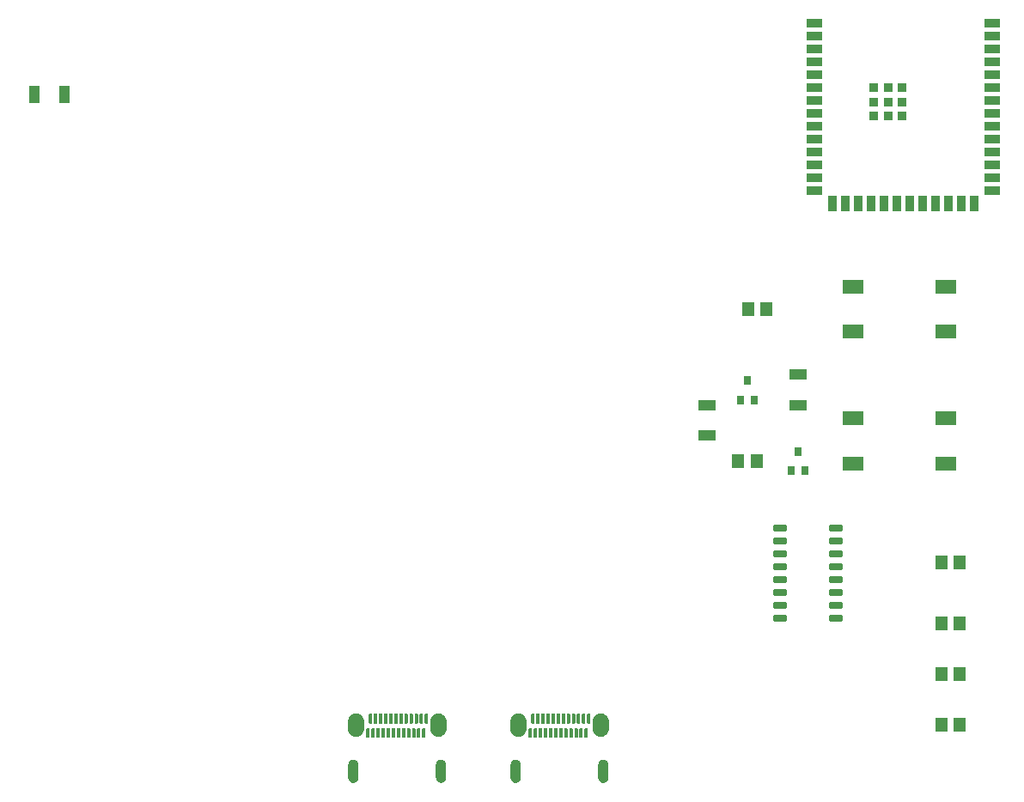
<source format=gbr>
G04*
G04 #@! TF.GenerationSoftware,Altium Limited,Altium Designer,23.1.1 (15)*
G04*
G04 Layer_Color=8421504*
%FSLAX44Y44*%
%MOMM*%
G71*
G04*
G04 #@! TF.SameCoordinates,BB96B4BC-2DDC-42E6-90C6-D32D3C2E4667*
G04*
G04*
G04 #@! TF.FilePolarity,Positive*
G04*
G01*
G75*
%ADD14R,1.5000X0.9000*%
%ADD15R,0.9000X1.5000*%
%ADD16R,0.9000X0.9000*%
%ADD17R,0.3000X0.9500*%
%ADD18R,1.1500X1.4500*%
G04:AMPARAMS|DCode=19|XSize=1.31mm|YSize=0.62mm|CornerRadius=0.0775mm|HoleSize=0mm|Usage=FLASHONLY|Rotation=180.000|XOffset=0mm|YOffset=0mm|HoleType=Round|Shape=RoundedRectangle|*
%AMROUNDEDRECTD19*
21,1,1.3100,0.4650,0,0,180.0*
21,1,1.1550,0.6200,0,0,180.0*
1,1,0.1550,-0.5775,0.2325*
1,1,0.1550,0.5775,0.2325*
1,1,0.1550,0.5775,-0.2325*
1,1,0.1550,-0.5775,-0.2325*
%
%ADD19ROUNDEDRECTD19*%
G04:AMPARAMS|DCode=20|XSize=2.1mm|YSize=1.38mm|CornerRadius=0.1035mm|HoleSize=0mm|Usage=FLASHONLY|Rotation=180.000|XOffset=0mm|YOffset=0mm|HoleType=Round|Shape=RoundedRectangle|*
%AMROUNDEDRECTD20*
21,1,2.1000,1.1730,0,0,180.0*
21,1,1.8930,1.3800,0,0,180.0*
1,1,0.2070,-0.9465,0.5865*
1,1,0.2070,0.9465,0.5865*
1,1,0.2070,0.9465,-0.5865*
1,1,0.2070,-0.9465,-0.5865*
%
%ADD20ROUNDEDRECTD20*%
G04:AMPARAMS|DCode=21|XSize=0.94mm|YSize=1.77mm|CornerRadius=0.0658mm|HoleSize=0mm|Usage=FLASHONLY|Rotation=90.000|XOffset=0mm|YOffset=0mm|HoleType=Round|Shape=RoundedRectangle|*
%AMROUNDEDRECTD21*
21,1,0.9400,1.6384,0,0,90.0*
21,1,0.8084,1.7700,0,0,90.0*
1,1,0.1316,0.8192,0.4042*
1,1,0.1316,0.8192,-0.4042*
1,1,0.1316,-0.8192,-0.4042*
1,1,0.1316,-0.8192,0.4042*
%
%ADD21ROUNDEDRECTD21*%
G04:AMPARAMS|DCode=22|XSize=1.09mm|YSize=1.77mm|CornerRadius=0.0763mm|HoleSize=0mm|Usage=FLASHONLY|Rotation=90.000|XOffset=0mm|YOffset=0mm|HoleType=Round|Shape=RoundedRectangle|*
%AMROUNDEDRECTD22*
21,1,1.0900,1.6174,0,0,90.0*
21,1,0.9374,1.7700,0,0,90.0*
1,1,0.1526,0.8087,0.4687*
1,1,0.1526,0.8087,-0.4687*
1,1,0.1526,-0.8087,-0.4687*
1,1,0.1526,-0.8087,0.4687*
%
%ADD22ROUNDEDRECTD22*%
%ADD23R,0.7000X0.9000*%
G04:AMPARAMS|DCode=24|XSize=1.09mm|YSize=1.77mm|CornerRadius=0.0763mm|HoleSize=0mm|Usage=FLASHONLY|Rotation=180.000|XOffset=0mm|YOffset=0mm|HoleType=Round|Shape=RoundedRectangle|*
%AMROUNDEDRECTD24*
21,1,1.0900,1.6174,0,0,180.0*
21,1,0.9374,1.7700,0,0,180.0*
1,1,0.1526,-0.4687,0.8087*
1,1,0.1526,0.4687,0.8087*
1,1,0.1526,0.4687,-0.8087*
1,1,0.1526,-0.4687,-0.8087*
%
%ADD24ROUNDEDRECTD24*%
G04:AMPARAMS|DCode=25|XSize=0.94mm|YSize=1.77mm|CornerRadius=0.0658mm|HoleSize=0mm|Usage=FLASHONLY|Rotation=180.000|XOffset=0mm|YOffset=0mm|HoleType=Round|Shape=RoundedRectangle|*
%AMROUNDEDRECTD25*
21,1,0.9400,1.6384,0,0,180.0*
21,1,0.8084,1.7700,0,0,180.0*
1,1,0.1316,-0.4042,0.8192*
1,1,0.1316,0.4042,0.8192*
1,1,0.1316,0.4042,-0.8192*
1,1,0.1316,-0.4042,-0.8192*
%
%ADD25ROUNDEDRECTD25*%
G36*
X1351360Y83829D02*
X1348361D01*
Y93329D01*
X1351360D01*
Y83829D01*
D02*
G37*
G36*
X1346359D02*
X1343359D01*
Y93329D01*
X1346359D01*
Y83829D01*
D02*
G37*
G36*
X1341361D02*
X1338361D01*
Y93329D01*
X1341361D01*
Y83829D01*
D02*
G37*
G36*
X1336359D02*
X1333359D01*
Y93329D01*
X1336359D01*
Y83829D01*
D02*
G37*
G36*
X1331361D02*
X1328361D01*
Y93329D01*
X1331361D01*
Y83829D01*
D02*
G37*
G36*
X1326359D02*
X1323359D01*
Y93329D01*
X1326359D01*
Y83829D01*
D02*
G37*
G36*
X1321361D02*
X1318361D01*
Y93329D01*
X1321361D01*
Y83829D01*
D02*
G37*
G36*
X1316359D02*
X1313360D01*
Y93329D01*
X1316359D01*
Y83829D01*
D02*
G37*
G36*
X1311361D02*
X1308361D01*
Y93329D01*
X1311361D01*
Y83829D01*
D02*
G37*
G36*
X1306362D02*
X1303362D01*
Y93329D01*
X1306362D01*
Y83829D01*
D02*
G37*
G36*
X1301361D02*
X1298361D01*
Y93329D01*
X1301361D01*
Y83829D01*
D02*
G37*
G36*
X1296362D02*
X1293362D01*
Y93329D01*
X1296362D01*
Y83829D01*
D02*
G37*
G36*
X1362310Y93799D02*
X1362707Y93759D01*
X1363101Y93700D01*
X1363492Y93621D01*
X1363878Y93522D01*
X1364260Y93405D01*
X1364635Y93268D01*
X1365002Y93113D01*
X1365362Y92940D01*
X1365712Y92750D01*
X1366052Y92541D01*
X1366382Y92317D01*
X1366700Y92076D01*
X1367005Y91820D01*
X1367298Y91548D01*
X1367576Y91263D01*
X1367840Y90964D01*
X1368089Y90652D01*
X1368322Y90328D01*
X1368538Y89993D01*
X1368737Y89647D01*
X1368920Y89292D01*
X1369084Y88929D01*
X1369229Y88558D01*
X1369357Y88180D01*
X1369465Y87795D01*
X1369553Y87407D01*
X1369622Y87014D01*
X1369672Y86618D01*
X1369702Y86220D01*
X1369712Y85821D01*
Y78821D01*
X1369702Y78423D01*
X1369672Y78025D01*
X1369622Y77629D01*
X1369553Y77236D01*
X1369465Y76847D01*
X1369357Y76463D01*
X1369229Y76085D01*
X1369084Y75714D01*
X1368920Y75350D01*
X1368737Y74995D01*
X1368538Y74650D01*
X1368322Y74315D01*
X1368089Y73991D01*
X1367840Y73679D01*
X1367576Y73380D01*
X1367298Y73094D01*
X1367005Y72823D01*
X1366700Y72567D01*
X1366382Y72326D01*
X1366052Y72101D01*
X1365712Y71893D01*
X1365362Y71702D01*
X1365002Y71529D01*
X1364635Y71374D01*
X1364260Y71238D01*
X1363878Y71120D01*
X1363492Y71022D01*
X1363101Y70943D01*
X1362707Y70883D01*
X1362310Y70844D01*
X1361911Y70824D01*
X1361512D01*
X1361114Y70844D01*
X1360717Y70883D01*
X1360323Y70943D01*
X1359932Y71022D01*
X1359545Y71120D01*
X1359164Y71238D01*
X1358789Y71374D01*
X1358422Y71529D01*
X1358062Y71702D01*
X1357712Y71893D01*
X1357372Y72101D01*
X1357042Y72326D01*
X1356724Y72567D01*
X1356418Y72823D01*
X1356126Y73094D01*
X1355848Y73380D01*
X1355584Y73679D01*
X1355335Y73991D01*
X1355102Y74315D01*
X1354886Y74650D01*
X1354686Y74995D01*
X1354504Y75350D01*
X1354340Y75714D01*
X1354194Y76085D01*
X1354067Y76463D01*
X1353959Y76847D01*
X1353870Y77236D01*
X1353801Y77629D01*
X1353752Y78025D01*
X1353722Y78423D01*
X1353712Y78821D01*
Y85821D01*
X1353722Y86220D01*
X1353752Y86618D01*
X1353801Y87014D01*
X1353870Y87407D01*
X1353959Y87795D01*
X1354067Y88180D01*
X1354194Y88558D01*
X1354340Y88929D01*
X1354504Y89292D01*
X1354686Y89647D01*
X1354886Y89993D01*
X1355102Y90328D01*
X1355335Y90652D01*
X1355584Y90964D01*
X1355848Y91263D01*
X1356126Y91548D01*
X1356418Y91820D01*
X1356724Y92076D01*
X1357042Y92317D01*
X1357372Y92541D01*
X1357712Y92750D01*
X1358062Y92940D01*
X1358422Y93113D01*
X1358789Y93268D01*
X1359164Y93405D01*
X1359545Y93522D01*
X1359932Y93621D01*
X1360323Y93700D01*
X1360717Y93759D01*
X1361114Y93799D01*
X1361512Y93819D01*
X1361911D01*
X1362310Y93799D01*
D02*
G37*
G36*
X1281109D02*
X1281505Y93759D01*
X1281900Y93700D01*
X1282291Y93621D01*
X1282677Y93522D01*
X1283058Y93405D01*
X1283433Y93268D01*
X1283801Y93113D01*
X1284160Y92940D01*
X1284511Y92750D01*
X1284851Y92541D01*
X1285181Y92317D01*
X1285498Y92076D01*
X1285804Y91820D01*
X1286097Y91548D01*
X1286375Y91263D01*
X1286639Y90964D01*
X1286888Y90652D01*
X1287121Y90328D01*
X1287337Y89993D01*
X1287536Y89647D01*
X1287718Y89292D01*
X1287883Y88929D01*
X1288028Y88558D01*
X1288155Y88180D01*
X1288263Y87795D01*
X1288352Y87407D01*
X1288421Y87014D01*
X1288471Y86618D01*
X1288501Y86220D01*
X1288511Y85821D01*
Y78821D01*
X1288501Y78423D01*
X1288471Y78025D01*
X1288421Y77629D01*
X1288352Y77236D01*
X1288263Y76847D01*
X1288155Y76463D01*
X1288028Y76085D01*
X1287883Y75714D01*
X1287718Y75350D01*
X1287536Y74995D01*
X1287337Y74650D01*
X1287121Y74315D01*
X1286888Y73991D01*
X1286639Y73679D01*
X1286375Y73380D01*
X1286097Y73094D01*
X1285804Y72823D01*
X1285498Y72567D01*
X1285181Y72326D01*
X1284851Y72101D01*
X1284511Y71893D01*
X1284160Y71702D01*
X1283801Y71529D01*
X1283433Y71374D01*
X1283058Y71238D01*
X1282677Y71120D01*
X1282291Y71022D01*
X1281900Y70943D01*
X1281505Y70883D01*
X1281109Y70844D01*
X1280710Y70824D01*
X1280311D01*
X1279913Y70844D01*
X1279516Y70883D01*
X1279121Y70943D01*
X1278730Y71022D01*
X1278344Y71120D01*
X1277963Y71238D01*
X1277588Y71374D01*
X1277220Y71529D01*
X1276861Y71702D01*
X1276511Y71893D01*
X1276170Y72101D01*
X1275841Y72326D01*
X1275523Y72567D01*
X1275217Y72823D01*
X1274925Y73094D01*
X1274646Y73380D01*
X1274382Y73679D01*
X1274134Y73991D01*
X1273901Y74315D01*
X1273684Y74650D01*
X1273485Y74995D01*
X1273303Y75350D01*
X1273139Y75714D01*
X1272993Y76085D01*
X1272866Y76463D01*
X1272758Y76847D01*
X1272669Y77236D01*
X1272600Y77629D01*
X1272551Y78025D01*
X1272521Y78423D01*
X1272511Y78821D01*
Y85821D01*
X1272521Y86220D01*
X1272551Y86618D01*
X1272600Y87014D01*
X1272669Y87407D01*
X1272758Y87795D01*
X1272866Y88180D01*
X1272993Y88558D01*
X1273139Y88929D01*
X1273303Y89292D01*
X1273485Y89647D01*
X1273684Y89993D01*
X1273901Y90328D01*
X1274134Y90652D01*
X1274382Y90964D01*
X1274646Y91263D01*
X1274925Y91548D01*
X1275217Y91820D01*
X1275523Y92076D01*
X1275841Y92317D01*
X1276170Y92541D01*
X1276511Y92750D01*
X1276861Y92940D01*
X1277220Y93113D01*
X1277588Y93268D01*
X1277963Y93405D01*
X1278344Y93522D01*
X1278730Y93621D01*
X1279121Y93700D01*
X1279516Y93759D01*
X1279913Y93799D01*
X1280311Y93819D01*
X1280710D01*
X1281109Y93799D01*
D02*
G37*
G36*
X1348861Y69832D02*
X1345861D01*
Y79331D01*
X1348861D01*
Y69832D01*
D02*
G37*
G36*
X1343860D02*
X1340860D01*
Y79331D01*
X1343860D01*
Y69832D01*
D02*
G37*
G36*
X1338861D02*
X1335861D01*
Y79331D01*
X1338861D01*
Y69832D01*
D02*
G37*
G36*
X1333860D02*
X1330860D01*
Y79331D01*
X1333860D01*
Y69832D01*
D02*
G37*
G36*
X1328861D02*
X1325861D01*
Y79331D01*
X1328861D01*
Y69832D01*
D02*
G37*
G36*
X1323860D02*
X1320860D01*
Y79331D01*
X1323860D01*
Y69832D01*
D02*
G37*
G36*
X1318859D02*
X1315859D01*
Y79331D01*
X1318859D01*
Y69832D01*
D02*
G37*
G36*
X1313860D02*
X1310860D01*
Y79331D01*
X1313860D01*
Y69832D01*
D02*
G37*
G36*
X1308861D02*
X1305861D01*
Y79331D01*
X1308861D01*
Y69832D01*
D02*
G37*
G36*
X1303860D02*
X1300860D01*
Y79331D01*
X1303860D01*
Y69832D01*
D02*
G37*
G36*
X1298861D02*
X1295861D01*
Y79331D01*
X1298861D01*
Y69832D01*
D02*
G37*
G36*
X1293860D02*
X1290860D01*
Y79331D01*
X1293860D01*
Y69832D01*
D02*
G37*
G36*
X1364684Y48307D02*
X1364932Y48282D01*
X1365178Y48245D01*
X1365423Y48195D01*
X1365664Y48134D01*
X1365902Y48060D01*
X1366137Y47975D01*
X1366366Y47878D01*
X1366591Y47770D01*
X1366810Y47651D01*
X1367023Y47521D01*
X1367229Y47380D01*
X1367427Y47230D01*
X1367618Y47070D01*
X1367801Y46900D01*
X1367975Y46722D01*
X1368140Y46535D01*
X1368296Y46340D01*
X1368441Y46137D01*
X1368577Y45928D01*
X1368701Y45712D01*
X1368815Y45490D01*
X1368917Y45263D01*
X1369009Y45031D01*
X1369088Y44795D01*
X1369155Y44555D01*
X1369211Y44312D01*
X1369254Y44066D01*
X1369285Y43819D01*
X1369304Y43570D01*
X1369310Y43321D01*
Y30321D01*
X1369304Y30072D01*
X1369285Y29823D01*
X1369254Y29576D01*
X1369211Y29330D01*
X1369155Y29087D01*
X1369088Y28847D01*
X1369009Y28611D01*
X1368917Y28379D01*
X1368815Y28151D01*
X1368701Y27930D01*
X1368577Y27714D01*
X1368441Y27504D01*
X1368296Y27302D01*
X1368140Y27107D01*
X1367975Y26920D01*
X1367801Y26741D01*
X1367618Y26572D01*
X1367427Y26412D01*
X1367229Y26261D01*
X1367023Y26121D01*
X1366810Y25991D01*
X1366591Y25872D01*
X1366366Y25763D01*
X1366137Y25666D01*
X1365902Y25581D01*
X1365664Y25508D01*
X1365423Y25446D01*
X1365178Y25397D01*
X1364932Y25360D01*
X1364684Y25335D01*
X1364435Y25322D01*
X1364185D01*
X1363936Y25335D01*
X1363688Y25360D01*
X1363442Y25397D01*
X1363198Y25446D01*
X1362956Y25508D01*
X1362718Y25581D01*
X1362483Y25666D01*
X1362254Y25763D01*
X1362029Y25872D01*
X1361810Y25991D01*
X1361597Y26121D01*
X1361391Y26261D01*
X1361193Y26412D01*
X1361002Y26572D01*
X1360819Y26741D01*
X1360645Y26920D01*
X1360480Y27107D01*
X1360324Y27302D01*
X1360179Y27504D01*
X1360044Y27714D01*
X1359919Y27930D01*
X1359805Y28151D01*
X1359703Y28379D01*
X1359612Y28611D01*
X1359532Y28847D01*
X1359465Y29087D01*
X1359409Y29330D01*
X1359366Y29576D01*
X1359335Y29823D01*
X1359316Y30072D01*
X1359310Y30321D01*
Y43321D01*
X1359316Y43570D01*
X1359335Y43819D01*
X1359366Y44066D01*
X1359409Y44312D01*
X1359465Y44555D01*
X1359532Y44795D01*
X1359612Y45031D01*
X1359703Y45263D01*
X1359805Y45490D01*
X1359919Y45712D01*
X1360044Y45928D01*
X1360179Y46137D01*
X1360324Y46340D01*
X1360480Y46535D01*
X1360645Y46722D01*
X1360819Y46900D01*
X1361002Y47070D01*
X1361193Y47230D01*
X1361391Y47380D01*
X1361597Y47521D01*
X1361810Y47651D01*
X1362029Y47770D01*
X1362254Y47878D01*
X1362483Y47975D01*
X1362718Y48060D01*
X1362956Y48134D01*
X1363198Y48195D01*
X1363442Y48245D01*
X1363688Y48282D01*
X1363936Y48307D01*
X1364185Y48319D01*
X1364435D01*
X1364684Y48307D01*
D02*
G37*
G36*
X1278284D02*
X1278532Y48282D01*
X1278779Y48245D01*
X1279023Y48195D01*
X1279265Y48134D01*
X1279503Y48060D01*
X1279737Y47975D01*
X1279967Y47878D01*
X1280192Y47770D01*
X1280411Y47651D01*
X1280623Y47521D01*
X1280829Y47380D01*
X1281028Y47230D01*
X1281219Y47070D01*
X1281402Y46900D01*
X1281576Y46722D01*
X1281741Y46535D01*
X1281896Y46340D01*
X1282042Y46137D01*
X1282177Y45928D01*
X1282302Y45712D01*
X1282415Y45490D01*
X1282518Y45263D01*
X1282609Y45031D01*
X1282688Y44795D01*
X1282756Y44555D01*
X1282811Y44312D01*
X1282855Y44066D01*
X1282885Y43819D01*
X1282904Y43570D01*
X1282910Y43321D01*
Y30321D01*
X1282904Y30072D01*
X1282885Y29823D01*
X1282855Y29576D01*
X1282811Y29330D01*
X1282756Y29087D01*
X1282688Y28847D01*
X1282609Y28611D01*
X1282518Y28379D01*
X1282415Y28151D01*
X1282302Y27930D01*
X1282177Y27714D01*
X1282042Y27504D01*
X1281896Y27302D01*
X1281741Y27107D01*
X1281576Y26920D01*
X1281402Y26741D01*
X1281219Y26572D01*
X1281028Y26412D01*
X1280829Y26261D01*
X1280623Y26121D01*
X1280411Y25991D01*
X1280192Y25872D01*
X1279967Y25763D01*
X1279737Y25666D01*
X1279503Y25581D01*
X1279265Y25508D01*
X1279023Y25446D01*
X1278779Y25397D01*
X1278532Y25360D01*
X1278284Y25335D01*
X1278035Y25322D01*
X1277786D01*
X1277537Y25335D01*
X1277289Y25360D01*
X1277042Y25397D01*
X1276798Y25446D01*
X1276556Y25508D01*
X1276318Y25581D01*
X1276084Y25666D01*
X1275854Y25763D01*
X1275629Y25872D01*
X1275411Y25991D01*
X1275198Y26121D01*
X1274992Y26261D01*
X1274793Y26412D01*
X1274602Y26572D01*
X1274419Y26741D01*
X1274245Y26920D01*
X1274080Y27107D01*
X1273925Y27302D01*
X1273779Y27504D01*
X1273644Y27714D01*
X1273519Y27930D01*
X1273406Y28151D01*
X1273303Y28379D01*
X1273212Y28611D01*
X1273133Y28847D01*
X1273065Y29087D01*
X1273009Y29330D01*
X1272966Y29576D01*
X1272935Y29823D01*
X1272917Y30072D01*
X1272911Y30321D01*
Y43321D01*
X1272917Y43570D01*
X1272935Y43819D01*
X1272966Y44066D01*
X1273009Y44312D01*
X1273065Y44555D01*
X1273133Y44795D01*
X1273212Y45031D01*
X1273303Y45263D01*
X1273406Y45490D01*
X1273519Y45712D01*
X1273644Y45928D01*
X1273779Y46137D01*
X1273925Y46340D01*
X1274080Y46535D01*
X1274245Y46722D01*
X1274419Y46900D01*
X1274602Y47070D01*
X1274793Y47230D01*
X1274992Y47380D01*
X1275198Y47521D01*
X1275411Y47651D01*
X1275629Y47770D01*
X1275854Y47878D01*
X1276084Y47975D01*
X1276318Y48060D01*
X1276556Y48134D01*
X1276798Y48195D01*
X1277042Y48245D01*
X1277289Y48282D01*
X1277537Y48307D01*
X1277786Y48319D01*
X1278035D01*
X1278284Y48307D01*
D02*
G37*
G36*
X1511360Y83829D02*
X1508361D01*
Y93329D01*
X1511360D01*
Y83829D01*
D02*
G37*
G36*
X1506359D02*
X1503359D01*
Y93329D01*
X1506359D01*
Y83829D01*
D02*
G37*
G36*
X1501361D02*
X1498361D01*
Y93329D01*
X1501361D01*
Y83829D01*
D02*
G37*
G36*
X1496359D02*
X1493359D01*
Y93329D01*
X1496359D01*
Y83829D01*
D02*
G37*
G36*
X1491361D02*
X1488361D01*
Y93329D01*
X1491361D01*
Y83829D01*
D02*
G37*
G36*
X1486359D02*
X1483359D01*
Y93329D01*
X1486359D01*
Y83829D01*
D02*
G37*
G36*
X1481361D02*
X1478361D01*
Y93329D01*
X1481361D01*
Y83829D01*
D02*
G37*
G36*
X1476359D02*
X1473359D01*
Y93329D01*
X1476359D01*
Y83829D01*
D02*
G37*
G36*
X1471361D02*
X1468361D01*
Y93329D01*
X1471361D01*
Y83829D01*
D02*
G37*
G36*
X1466362D02*
X1463362D01*
Y93329D01*
X1466362D01*
Y83829D01*
D02*
G37*
G36*
X1461361D02*
X1458361D01*
Y93329D01*
X1461361D01*
Y83829D01*
D02*
G37*
G36*
X1456362D02*
X1453362D01*
Y93329D01*
X1456362D01*
Y83829D01*
D02*
G37*
G36*
X1522310Y93799D02*
X1522707Y93759D01*
X1523101Y93700D01*
X1523492Y93621D01*
X1523878Y93522D01*
X1524260Y93405D01*
X1524635Y93268D01*
X1525002Y93113D01*
X1525362Y92940D01*
X1525712Y92750D01*
X1526052Y92541D01*
X1526382Y92317D01*
X1526700Y92076D01*
X1527005Y91820D01*
X1527298Y91548D01*
X1527576Y91263D01*
X1527840Y90964D01*
X1528089Y90652D01*
X1528322Y90328D01*
X1528538Y89993D01*
X1528737Y89647D01*
X1528920Y89292D01*
X1529084Y88929D01*
X1529229Y88558D01*
X1529357Y88180D01*
X1529465Y87795D01*
X1529553Y87407D01*
X1529622Y87014D01*
X1529672Y86618D01*
X1529702Y86220D01*
X1529712Y85821D01*
Y78821D01*
X1529702Y78423D01*
X1529672Y78025D01*
X1529622Y77629D01*
X1529553Y77236D01*
X1529465Y76847D01*
X1529357Y76463D01*
X1529229Y76085D01*
X1529084Y75714D01*
X1528920Y75350D01*
X1528737Y74995D01*
X1528538Y74650D01*
X1528322Y74315D01*
X1528089Y73991D01*
X1527840Y73679D01*
X1527576Y73380D01*
X1527298Y73094D01*
X1527005Y72823D01*
X1526700Y72567D01*
X1526382Y72326D01*
X1526052Y72101D01*
X1525712Y71893D01*
X1525362Y71702D01*
X1525002Y71529D01*
X1524635Y71374D01*
X1524260Y71238D01*
X1523878Y71120D01*
X1523492Y71022D01*
X1523101Y70943D01*
X1522707Y70883D01*
X1522310Y70844D01*
X1521911Y70824D01*
X1521512D01*
X1521114Y70844D01*
X1520717Y70883D01*
X1520323Y70943D01*
X1519932Y71022D01*
X1519545Y71120D01*
X1519164Y71238D01*
X1518789Y71374D01*
X1518422Y71529D01*
X1518062Y71702D01*
X1517712Y71893D01*
X1517372Y72101D01*
X1517042Y72326D01*
X1516724Y72567D01*
X1516418Y72823D01*
X1516126Y73094D01*
X1515847Y73380D01*
X1515584Y73679D01*
X1515335Y73991D01*
X1515102Y74315D01*
X1514886Y74650D01*
X1514686Y74995D01*
X1514504Y75350D01*
X1514340Y75714D01*
X1514194Y76085D01*
X1514067Y76463D01*
X1513959Y76847D01*
X1513870Y77236D01*
X1513801Y77629D01*
X1513752Y78025D01*
X1513722Y78423D01*
X1513712Y78821D01*
Y85821D01*
X1513722Y86220D01*
X1513752Y86618D01*
X1513801Y87014D01*
X1513870Y87407D01*
X1513959Y87795D01*
X1514067Y88180D01*
X1514194Y88558D01*
X1514340Y88929D01*
X1514504Y89292D01*
X1514686Y89647D01*
X1514886Y89993D01*
X1515102Y90328D01*
X1515335Y90652D01*
X1515584Y90964D01*
X1515847Y91263D01*
X1516126Y91548D01*
X1516418Y91820D01*
X1516724Y92076D01*
X1517042Y92317D01*
X1517372Y92541D01*
X1517712Y92750D01*
X1518062Y92940D01*
X1518422Y93113D01*
X1518789Y93268D01*
X1519164Y93405D01*
X1519545Y93522D01*
X1519932Y93621D01*
X1520323Y93700D01*
X1520717Y93759D01*
X1521114Y93799D01*
X1521512Y93819D01*
X1521911D01*
X1522310Y93799D01*
D02*
G37*
G36*
X1441109D02*
X1441505Y93759D01*
X1441900Y93700D01*
X1442291Y93621D01*
X1442677Y93522D01*
X1443058Y93405D01*
X1443433Y93268D01*
X1443801Y93113D01*
X1444160Y92940D01*
X1444511Y92750D01*
X1444851Y92541D01*
X1445181Y92317D01*
X1445498Y92076D01*
X1445804Y91820D01*
X1446097Y91548D01*
X1446375Y91263D01*
X1446639Y90964D01*
X1446888Y90652D01*
X1447121Y90328D01*
X1447337Y89993D01*
X1447536Y89647D01*
X1447718Y89292D01*
X1447883Y88929D01*
X1448028Y88558D01*
X1448155Y88180D01*
X1448263Y87795D01*
X1448352Y87407D01*
X1448421Y87014D01*
X1448471Y86618D01*
X1448501Y86220D01*
X1448511Y85821D01*
Y78821D01*
X1448501Y78423D01*
X1448471Y78025D01*
X1448421Y77629D01*
X1448352Y77236D01*
X1448263Y76847D01*
X1448155Y76463D01*
X1448028Y76085D01*
X1447883Y75714D01*
X1447718Y75350D01*
X1447536Y74995D01*
X1447337Y74650D01*
X1447121Y74315D01*
X1446888Y73991D01*
X1446639Y73679D01*
X1446375Y73380D01*
X1446097Y73094D01*
X1445804Y72823D01*
X1445498Y72567D01*
X1445181Y72326D01*
X1444851Y72101D01*
X1444511Y71893D01*
X1444160Y71702D01*
X1443801Y71529D01*
X1443433Y71374D01*
X1443058Y71238D01*
X1442677Y71120D01*
X1442291Y71022D01*
X1441900Y70943D01*
X1441505Y70883D01*
X1441109Y70844D01*
X1440710Y70824D01*
X1440311D01*
X1439913Y70844D01*
X1439516Y70883D01*
X1439122Y70943D01*
X1438730Y71022D01*
X1438344Y71120D01*
X1437963Y71238D01*
X1437588Y71374D01*
X1437220Y71529D01*
X1436861Y71702D01*
X1436511Y71893D01*
X1436170Y72101D01*
X1435841Y72326D01*
X1435523Y72567D01*
X1435217Y72823D01*
X1434925Y73094D01*
X1434646Y73380D01*
X1434382Y73679D01*
X1434134Y73991D01*
X1433901Y74315D01*
X1433684Y74650D01*
X1433485Y74995D01*
X1433303Y75350D01*
X1433139Y75714D01*
X1432993Y76085D01*
X1432866Y76463D01*
X1432758Y76847D01*
X1432669Y77236D01*
X1432600Y77629D01*
X1432551Y78025D01*
X1432521Y78423D01*
X1432511Y78821D01*
Y85821D01*
X1432521Y86220D01*
X1432551Y86618D01*
X1432600Y87014D01*
X1432669Y87407D01*
X1432758Y87795D01*
X1432866Y88180D01*
X1432993Y88558D01*
X1433139Y88929D01*
X1433303Y89292D01*
X1433485Y89647D01*
X1433684Y89993D01*
X1433901Y90328D01*
X1434134Y90652D01*
X1434382Y90964D01*
X1434646Y91263D01*
X1434925Y91548D01*
X1435217Y91820D01*
X1435523Y92076D01*
X1435841Y92317D01*
X1436170Y92541D01*
X1436511Y92750D01*
X1436861Y92940D01*
X1437220Y93113D01*
X1437588Y93268D01*
X1437963Y93405D01*
X1438344Y93522D01*
X1438730Y93621D01*
X1439122Y93700D01*
X1439516Y93759D01*
X1439913Y93799D01*
X1440311Y93819D01*
X1440710D01*
X1441109Y93799D01*
D02*
G37*
G36*
X1508861Y69832D02*
X1505861D01*
Y79331D01*
X1508861D01*
Y69832D01*
D02*
G37*
G36*
X1503860D02*
X1500860D01*
Y79331D01*
X1503860D01*
Y69832D01*
D02*
G37*
G36*
X1498861D02*
X1495861D01*
Y79331D01*
X1498861D01*
Y69832D01*
D02*
G37*
G36*
X1493860D02*
X1490860D01*
Y79331D01*
X1493860D01*
Y69832D01*
D02*
G37*
G36*
X1488861D02*
X1485861D01*
Y79331D01*
X1488861D01*
Y69832D01*
D02*
G37*
G36*
X1483860D02*
X1480860D01*
Y79331D01*
X1483860D01*
Y69832D01*
D02*
G37*
G36*
X1478859D02*
X1475859D01*
Y79331D01*
X1478859D01*
Y69832D01*
D02*
G37*
G36*
X1473860D02*
X1470860D01*
Y79331D01*
X1473860D01*
Y69832D01*
D02*
G37*
G36*
X1468861D02*
X1465861D01*
Y79331D01*
X1468861D01*
Y69832D01*
D02*
G37*
G36*
X1463860D02*
X1460860D01*
Y79331D01*
X1463860D01*
Y69832D01*
D02*
G37*
G36*
X1458861D02*
X1455861D01*
Y79331D01*
X1458861D01*
Y69832D01*
D02*
G37*
G36*
X1453860D02*
X1450860D01*
Y79331D01*
X1453860D01*
Y69832D01*
D02*
G37*
G36*
X1524684Y48307D02*
X1524932Y48282D01*
X1525178Y48245D01*
X1525423Y48195D01*
X1525664Y48134D01*
X1525902Y48060D01*
X1526137Y47975D01*
X1526366Y47878D01*
X1526591Y47770D01*
X1526810Y47651D01*
X1527023Y47521D01*
X1527229Y47380D01*
X1527427Y47230D01*
X1527618Y47070D01*
X1527801Y46900D01*
X1527975Y46722D01*
X1528140Y46535D01*
X1528296Y46340D01*
X1528441Y46137D01*
X1528577Y45928D01*
X1528701Y45712D01*
X1528815Y45490D01*
X1528917Y45263D01*
X1529008Y45031D01*
X1529088Y44795D01*
X1529155Y44555D01*
X1529211Y44312D01*
X1529254Y44066D01*
X1529285Y43819D01*
X1529304Y43570D01*
X1529310Y43321D01*
Y30321D01*
X1529304Y30072D01*
X1529285Y29823D01*
X1529254Y29576D01*
X1529211Y29330D01*
X1529155Y29087D01*
X1529088Y28847D01*
X1529008Y28611D01*
X1528917Y28379D01*
X1528815Y28151D01*
X1528701Y27930D01*
X1528577Y27714D01*
X1528441Y27504D01*
X1528296Y27302D01*
X1528140Y27107D01*
X1527975Y26920D01*
X1527801Y26741D01*
X1527618Y26572D01*
X1527427Y26412D01*
X1527229Y26261D01*
X1527023Y26121D01*
X1526810Y25991D01*
X1526591Y25872D01*
X1526366Y25763D01*
X1526137Y25666D01*
X1525902Y25581D01*
X1525664Y25508D01*
X1525423Y25446D01*
X1525178Y25397D01*
X1524932Y25360D01*
X1524684Y25335D01*
X1524435Y25322D01*
X1524185D01*
X1523936Y25335D01*
X1523688Y25360D01*
X1523442Y25397D01*
X1523197Y25446D01*
X1522956Y25508D01*
X1522718Y25581D01*
X1522483Y25666D01*
X1522254Y25763D01*
X1522029Y25872D01*
X1521810Y25991D01*
X1521597Y26121D01*
X1521391Y26261D01*
X1521193Y26412D01*
X1521002Y26572D01*
X1520819Y26741D01*
X1520645Y26920D01*
X1520480Y27107D01*
X1520324Y27302D01*
X1520179Y27504D01*
X1520044Y27714D01*
X1519919Y27930D01*
X1519805Y28151D01*
X1519703Y28379D01*
X1519612Y28611D01*
X1519532Y28847D01*
X1519465Y29087D01*
X1519409Y29330D01*
X1519366Y29576D01*
X1519335Y29823D01*
X1519316Y30072D01*
X1519310Y30321D01*
Y43321D01*
X1519316Y43570D01*
X1519335Y43819D01*
X1519366Y44066D01*
X1519409Y44312D01*
X1519465Y44555D01*
X1519532Y44795D01*
X1519612Y45031D01*
X1519703Y45263D01*
X1519805Y45490D01*
X1519919Y45712D01*
X1520044Y45928D01*
X1520179Y46137D01*
X1520324Y46340D01*
X1520480Y46535D01*
X1520645Y46722D01*
X1520819Y46900D01*
X1521002Y47070D01*
X1521193Y47230D01*
X1521391Y47380D01*
X1521597Y47521D01*
X1521810Y47651D01*
X1522029Y47770D01*
X1522254Y47878D01*
X1522483Y47975D01*
X1522718Y48060D01*
X1522956Y48134D01*
X1523197Y48195D01*
X1523442Y48245D01*
X1523688Y48282D01*
X1523936Y48307D01*
X1524185Y48319D01*
X1524435D01*
X1524684Y48307D01*
D02*
G37*
G36*
X1438284D02*
X1438532Y48282D01*
X1438779Y48245D01*
X1439023Y48195D01*
X1439265Y48134D01*
X1439503Y48060D01*
X1439737Y47975D01*
X1439967Y47878D01*
X1440192Y47770D01*
X1440411Y47651D01*
X1440623Y47521D01*
X1440829Y47380D01*
X1441028Y47230D01*
X1441219Y47070D01*
X1441402Y46900D01*
X1441576Y46722D01*
X1441741Y46535D01*
X1441896Y46340D01*
X1442042Y46137D01*
X1442177Y45928D01*
X1442302Y45712D01*
X1442415Y45490D01*
X1442518Y45263D01*
X1442609Y45031D01*
X1442688Y44795D01*
X1442756Y44555D01*
X1442811Y44312D01*
X1442854Y44066D01*
X1442885Y43819D01*
X1442904Y43570D01*
X1442910Y43321D01*
Y30321D01*
X1442904Y30072D01*
X1442885Y29823D01*
X1442854Y29576D01*
X1442811Y29330D01*
X1442756Y29087D01*
X1442688Y28847D01*
X1442609Y28611D01*
X1442518Y28379D01*
X1442415Y28151D01*
X1442302Y27930D01*
X1442177Y27714D01*
X1442042Y27504D01*
X1441896Y27302D01*
X1441741Y27107D01*
X1441576Y26920D01*
X1441402Y26741D01*
X1441219Y26572D01*
X1441028Y26412D01*
X1440829Y26261D01*
X1440623Y26121D01*
X1440411Y25991D01*
X1440192Y25872D01*
X1439967Y25763D01*
X1439737Y25666D01*
X1439503Y25581D01*
X1439265Y25508D01*
X1439023Y25446D01*
X1438779Y25397D01*
X1438532Y25360D01*
X1438284Y25335D01*
X1438035Y25322D01*
X1437786D01*
X1437537Y25335D01*
X1437289Y25360D01*
X1437042Y25397D01*
X1436798Y25446D01*
X1436556Y25508D01*
X1436318Y25581D01*
X1436084Y25666D01*
X1435854Y25763D01*
X1435629Y25872D01*
X1435411Y25991D01*
X1435198Y26121D01*
X1434992Y26261D01*
X1434793Y26412D01*
X1434602Y26572D01*
X1434419Y26741D01*
X1434245Y26920D01*
X1434080Y27107D01*
X1433925Y27302D01*
X1433779Y27504D01*
X1433644Y27714D01*
X1433519Y27930D01*
X1433405Y28151D01*
X1433303Y28379D01*
X1433212Y28611D01*
X1433133Y28847D01*
X1433065Y29087D01*
X1433009Y29330D01*
X1432966Y29576D01*
X1432935Y29823D01*
X1432917Y30072D01*
X1432910Y30321D01*
Y43321D01*
X1432917Y43570D01*
X1432935Y43819D01*
X1432966Y44066D01*
X1433009Y44312D01*
X1433065Y44555D01*
X1433133Y44795D01*
X1433212Y45031D01*
X1433303Y45263D01*
X1433405Y45490D01*
X1433519Y45712D01*
X1433644Y45928D01*
X1433779Y46137D01*
X1433925Y46340D01*
X1434080Y46535D01*
X1434245Y46722D01*
X1434419Y46900D01*
X1434602Y47070D01*
X1434793Y47230D01*
X1434992Y47380D01*
X1435198Y47521D01*
X1435411Y47651D01*
X1435629Y47770D01*
X1435854Y47878D01*
X1436084Y47975D01*
X1436318Y48060D01*
X1436556Y48134D01*
X1436798Y48195D01*
X1437042Y48245D01*
X1437289Y48282D01*
X1437537Y48307D01*
X1437786Y48319D01*
X1438035D01*
X1438284Y48307D01*
D02*
G37*
D14*
X1732500Y774100D02*
D03*
Y761400D02*
D03*
Y748699D02*
D03*
Y736000D02*
D03*
Y723299D02*
D03*
Y710600D02*
D03*
Y697899D02*
D03*
Y685200D02*
D03*
Y672499D02*
D03*
Y659799D02*
D03*
Y647100D02*
D03*
Y634399D02*
D03*
Y621699D02*
D03*
Y608999D02*
D03*
X1907500D02*
D03*
Y621699D02*
D03*
Y634399D02*
D03*
Y647100D02*
D03*
Y659799D02*
D03*
Y672499D02*
D03*
Y685200D02*
D03*
Y697899D02*
D03*
Y710600D02*
D03*
Y723299D02*
D03*
Y736000D02*
D03*
Y748699D02*
D03*
Y761400D02*
D03*
Y774100D02*
D03*
D15*
X1750150Y596500D02*
D03*
X1762850D02*
D03*
X1775550D02*
D03*
X1788250D02*
D03*
X1800950D02*
D03*
X1813650D02*
D03*
X1826350D02*
D03*
X1839050D02*
D03*
X1851750D02*
D03*
X1864450D02*
D03*
X1877150D02*
D03*
X1889850D02*
D03*
D16*
X1805000Y696900D02*
D03*
X1819000D02*
D03*
X1791000D02*
D03*
X1819000Y710900D02*
D03*
X1805000D02*
D03*
X1791000D02*
D03*
Y682900D02*
D03*
X1805000D02*
D03*
X1819000D02*
D03*
D17*
X1454861Y88581D02*
D03*
X1459861D02*
D03*
X1464862D02*
D03*
X1469861D02*
D03*
X1474860D02*
D03*
X1479860D02*
D03*
X1484860D02*
D03*
X1489859D02*
D03*
X1494860D02*
D03*
X1499860D02*
D03*
X1504860D02*
D03*
X1509860D02*
D03*
X1507360Y74581D02*
D03*
X1502360D02*
D03*
X1497360D02*
D03*
X1492360D02*
D03*
X1487360D02*
D03*
X1482360D02*
D03*
X1477359D02*
D03*
X1472360D02*
D03*
X1467360D02*
D03*
X1462360D02*
D03*
X1457361D02*
D03*
X1452360D02*
D03*
X1292360D02*
D03*
X1297360D02*
D03*
X1302359D02*
D03*
X1307360D02*
D03*
X1312360D02*
D03*
X1317359D02*
D03*
X1322359D02*
D03*
X1327360D02*
D03*
X1332360D02*
D03*
X1337360D02*
D03*
X1342360D02*
D03*
X1347360D02*
D03*
X1349860Y88581D02*
D03*
X1344860D02*
D03*
X1339860D02*
D03*
X1334860D02*
D03*
X1329859D02*
D03*
X1324859D02*
D03*
X1319860D02*
D03*
X1314860D02*
D03*
X1309861D02*
D03*
X1304861D02*
D03*
X1299861D02*
D03*
X1294861D02*
D03*
D18*
X1875240Y242480D02*
D03*
X1857240D02*
D03*
X1875240Y182480D02*
D03*
X1857240D02*
D03*
Y82480D02*
D03*
X1875240D02*
D03*
X1857240Y132480D02*
D03*
X1875240D02*
D03*
X1657240Y342480D02*
D03*
X1675240D02*
D03*
X1667240Y492480D02*
D03*
X1685241D02*
D03*
D19*
X1698740Y188030D02*
D03*
Y200730D02*
D03*
X1753740Y276930D02*
D03*
X1698740Y264230D02*
D03*
X1753740D02*
D03*
Y238830D02*
D03*
X1698740Y276930D02*
D03*
X1753740Y251530D02*
D03*
X1698740D02*
D03*
Y238830D02*
D03*
Y213430D02*
D03*
X1753740Y226130D02*
D03*
Y213430D02*
D03*
Y188030D02*
D03*
X1698740Y226130D02*
D03*
X1753740Y200730D02*
D03*
D20*
X1861740Y384880D02*
D03*
Y340080D02*
D03*
X1770740Y384880D02*
D03*
Y340080D02*
D03*
X1861740Y514880D02*
D03*
Y470080D02*
D03*
X1770740Y514880D02*
D03*
Y470080D02*
D03*
D21*
X1626240Y397880D02*
D03*
X1716240Y427880D02*
D03*
D22*
X1626240Y367830D02*
D03*
X1716240Y397830D02*
D03*
D23*
X1666240Y421980D02*
D03*
X1672740Y402980D02*
D03*
X1659740D02*
D03*
X1716240Y351980D02*
D03*
X1722740Y332980D02*
D03*
X1709740D02*
D03*
D24*
X993460Y703810D02*
D03*
D25*
X963410D02*
D03*
M02*

</source>
